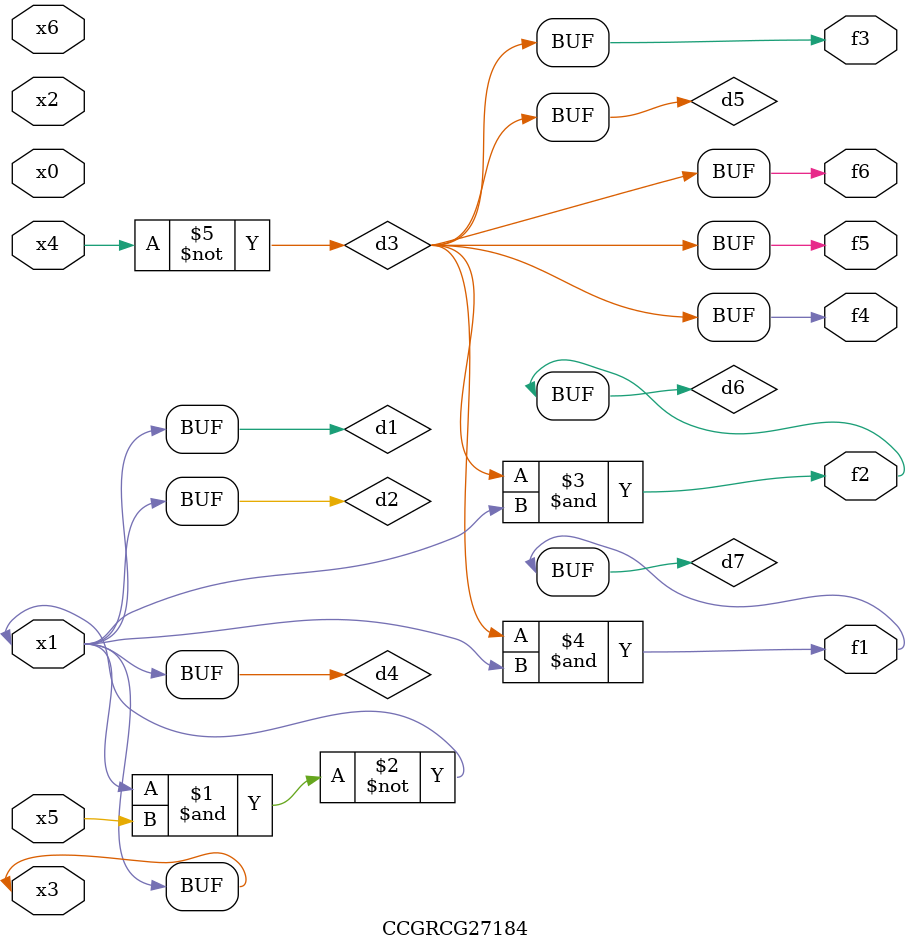
<source format=v>
module CCGRCG27184(
	input x0, x1, x2, x3, x4, x5, x6,
	output f1, f2, f3, f4, f5, f6
);

	wire d1, d2, d3, d4, d5, d6, d7;

	buf (d1, x1, x3);
	nand (d2, x1, x5);
	not (d3, x4);
	buf (d4, d1, d2);
	buf (d5, d3);
	and (d6, d3, d4);
	and (d7, d3, d4);
	assign f1 = d7;
	assign f2 = d6;
	assign f3 = d5;
	assign f4 = d5;
	assign f5 = d5;
	assign f6 = d5;
endmodule

</source>
